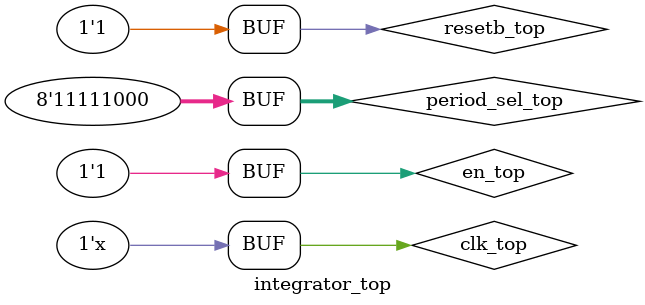
<source format=sv>
`timescale 1ns/1ns  //enough for resolution
module integrator_top();
//inputs & outputs declarations
logic resetb_top;
logic clk_top;
logic [7:0] period_sel_top;
logic en_top; 
logic [8:0] sin_out_top; 
logic [8:0] out_top;


// DUT (Device Under Test)
//instatiation:
sin_gen DUT (
	.resetb(resetb_top),
	.clk(clk_top),
	.period_sel(period_sel_top),
	.en(en_top),
    .sin_out(sin_out_top)
);

//integrator inst

integrator integrator_inst(
    .clk(clk_top),
    .resetb(resetb_top),
    .in(sin_out_top),
    .out(out_top)
);

//generationg 512 Mhz clock
// actually (1/512 Mhz) = ~1.95 , we chose 2 ns period time to make things simplier
always
	begin
	#1ns;
	clk_top = ~clk_top ;
	end

// Monitor

//Monitor for part a:
initial
	begin
            //reseting inputs
            resetb_top =1'b0;
            clk_top = 1'b0;
            period_sel_top =  8'b1111_1000;
            en_top = 1'b0;
            #4ns;

            resetb_top = 1'b0;
            #4ns
            //first sinus - max frequency
            resetb_top = 1'b1;
            en_top = 1'b1 ;
            period_sel_top = 8'b1111_1000;
            #810000ns;
    end









//Monitor for part b:


// initial
// 	begin
//             //reseting inputs
//             resetb_tb =1'b0;
//             clk_tb = 1'b0;
//             period_sel_tb =  8'b0000_0000;
//             en_tb = 1'b0;
//             #4ns;

//             resetb_tb = 1'b0;
//             #4ns
//             //first sinus - max frequency
//             resetb_tb = 1'b1;
//             en_tb = 1'b1 ;
//             period_sel_tb = 8'b0000_0000;
//             #4ns

//             resetb_tb = 1'b1;
//             period_sel_tb = 8'b0000_0000;
//             #1063ns

//             //order to 2nd sinus , X2 slower than max , do not change until we finsh the first
//             resetb_tb = 1'b1;
//             period_sel_tb = 8'b0000_0001;
//             en_tb = 1'b1 ;         
//             #1000ns
            
//             resetb_tb = 1'b1;
//             period_sel_tb = 8'b0000_0001;
//             en_tb = 1'b1 ;         
//             #110ns

//             resetb_tb = 1'b1;
//             period_sel_tb = 8'b0000_0001;
//             en_tb = 1'b0 ;         
//             #4350ns




//             resetb_tb = 1'b1;
//             period_sel_tb = 8'b0000_0010;
//             en_tb = 1'b1 ;         
//             #4ns
//             //3rd sinus X3 slower than max
//             resetb_tb = 1'b1;
//             period_sel_tb = 8'b0000_0010;
//             en_tb = 1'b0 ;         
//             #4000ns

//             //adding en pulse during sinus drawing doesn't stop current sinus - as expected

//             resetb_tb = 1'b1;
//             period_sel_tb = 8'b0000_0010;
//             en_tb = 1'b1 ;         
//             #4ns

//             resetb_tb = 1'b1;
//             period_sel_tb = 8'b0000_0010;
//             en_tb = 1'b0 ;         
//             #2200ns;
       
// 	end
			
endmodule
</source>
